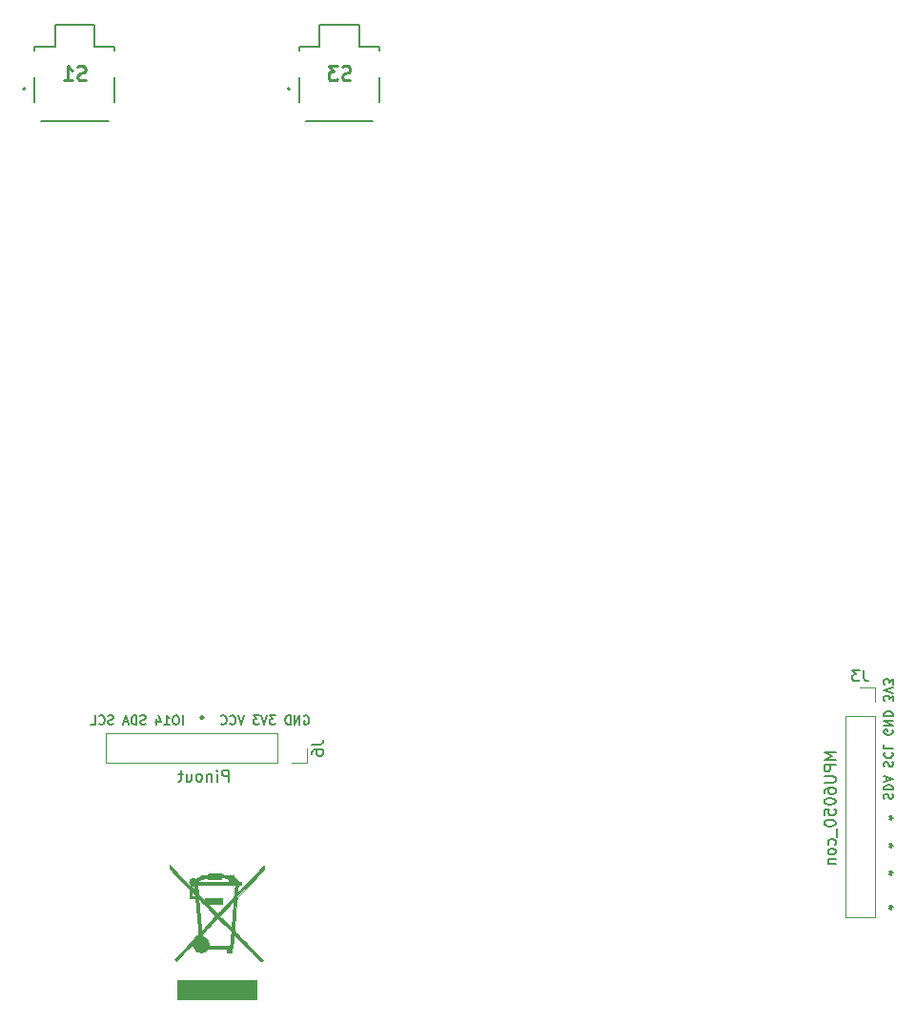
<source format=gbr>
%TF.GenerationSoftware,KiCad,Pcbnew,7.0.7*%
%TF.CreationDate,2023-11-05T16:04:25+01:00*%
%TF.ProjectId,FC_Wheel_PCB-2.0,46435f57-6865-4656-9c5f-5043422d322e,rev?*%
%TF.SameCoordinates,Original*%
%TF.FileFunction,Legend,Bot*%
%TF.FilePolarity,Positive*%
%FSLAX46Y46*%
G04 Gerber Fmt 4.6, Leading zero omitted, Abs format (unit mm)*
G04 Created by KiCad (PCBNEW 7.0.7) date 2023-11-05 16:04:25*
%MOMM*%
%LPD*%
G01*
G04 APERTURE LIST*
%ADD10C,0.187500*%
%ADD11C,0.150000*%
%ADD12C,0.254000*%
%ADD13C,0.010000*%
%ADD14C,0.120000*%
%ADD15C,0.200000*%
G04 APERTURE END LIST*
D10*
X276830156Y-182511893D02*
X276639680Y-182511893D01*
X276715871Y-182702369D02*
X276639680Y-182511893D01*
X276639680Y-182511893D02*
X276715871Y-182321416D01*
X276487299Y-182626178D02*
X276639680Y-182511893D01*
X276639680Y-182511893D02*
X276487299Y-182397607D01*
X276830156Y-179464273D02*
X276639680Y-179464273D01*
X276715871Y-179654749D02*
X276639680Y-179464273D01*
X276639680Y-179464273D02*
X276715871Y-179273796D01*
X276487299Y-179578558D02*
X276639680Y-179464273D01*
X276639680Y-179464273D02*
X276487299Y-179349987D01*
X276830156Y-177026177D02*
X276639680Y-177026177D01*
X276715871Y-177216653D02*
X276639680Y-177026177D01*
X276639680Y-177026177D02*
X276715871Y-176835700D01*
X276487299Y-177140462D02*
X276639680Y-177026177D01*
X276639680Y-177026177D02*
X276487299Y-176911891D01*
X276830156Y-174588081D02*
X276639680Y-174588081D01*
X276715871Y-174778557D02*
X276639680Y-174588081D01*
X276639680Y-174588081D02*
X276715871Y-174397604D01*
X276487299Y-174702366D02*
X276639680Y-174588081D01*
X276639680Y-174588081D02*
X276487299Y-174473795D01*
X276068252Y-172911890D02*
X276030156Y-172797604D01*
X276030156Y-172797604D02*
X276030156Y-172607128D01*
X276030156Y-172607128D02*
X276068252Y-172530937D01*
X276068252Y-172530937D02*
X276106347Y-172492842D01*
X276106347Y-172492842D02*
X276182537Y-172454747D01*
X276182537Y-172454747D02*
X276258728Y-172454747D01*
X276258728Y-172454747D02*
X276334918Y-172492842D01*
X276334918Y-172492842D02*
X276373013Y-172530937D01*
X276373013Y-172530937D02*
X276411109Y-172607128D01*
X276411109Y-172607128D02*
X276449204Y-172759509D01*
X276449204Y-172759509D02*
X276487299Y-172835699D01*
X276487299Y-172835699D02*
X276525394Y-172873794D01*
X276525394Y-172873794D02*
X276601585Y-172911890D01*
X276601585Y-172911890D02*
X276677775Y-172911890D01*
X276677775Y-172911890D02*
X276753966Y-172873794D01*
X276753966Y-172873794D02*
X276792061Y-172835699D01*
X276792061Y-172835699D02*
X276830156Y-172759509D01*
X276830156Y-172759509D02*
X276830156Y-172569032D01*
X276830156Y-172569032D02*
X276792061Y-172454747D01*
X276030156Y-172111889D02*
X276830156Y-172111889D01*
X276830156Y-172111889D02*
X276830156Y-171921413D01*
X276830156Y-171921413D02*
X276792061Y-171807127D01*
X276792061Y-171807127D02*
X276715871Y-171730937D01*
X276715871Y-171730937D02*
X276639680Y-171692842D01*
X276639680Y-171692842D02*
X276487299Y-171654746D01*
X276487299Y-171654746D02*
X276373013Y-171654746D01*
X276373013Y-171654746D02*
X276220632Y-171692842D01*
X276220632Y-171692842D02*
X276144442Y-171730937D01*
X276144442Y-171730937D02*
X276068252Y-171807127D01*
X276068252Y-171807127D02*
X276030156Y-171921413D01*
X276030156Y-171921413D02*
X276030156Y-172111889D01*
X276258728Y-171349985D02*
X276258728Y-170969032D01*
X276030156Y-171426175D02*
X276830156Y-171159508D01*
X276830156Y-171159508D02*
X276030156Y-170892842D01*
X276068252Y-170054747D02*
X276030156Y-169940461D01*
X276030156Y-169940461D02*
X276030156Y-169749985D01*
X276030156Y-169749985D02*
X276068252Y-169673794D01*
X276068252Y-169673794D02*
X276106347Y-169635699D01*
X276106347Y-169635699D02*
X276182537Y-169597604D01*
X276182537Y-169597604D02*
X276258728Y-169597604D01*
X276258728Y-169597604D02*
X276334918Y-169635699D01*
X276334918Y-169635699D02*
X276373013Y-169673794D01*
X276373013Y-169673794D02*
X276411109Y-169749985D01*
X276411109Y-169749985D02*
X276449204Y-169902366D01*
X276449204Y-169902366D02*
X276487299Y-169978556D01*
X276487299Y-169978556D02*
X276525394Y-170016651D01*
X276525394Y-170016651D02*
X276601585Y-170054747D01*
X276601585Y-170054747D02*
X276677775Y-170054747D01*
X276677775Y-170054747D02*
X276753966Y-170016651D01*
X276753966Y-170016651D02*
X276792061Y-169978556D01*
X276792061Y-169978556D02*
X276830156Y-169902366D01*
X276830156Y-169902366D02*
X276830156Y-169711889D01*
X276830156Y-169711889D02*
X276792061Y-169597604D01*
X276106347Y-168797603D02*
X276068252Y-168835699D01*
X276068252Y-168835699D02*
X276030156Y-168949984D01*
X276030156Y-168949984D02*
X276030156Y-169026175D01*
X276030156Y-169026175D02*
X276068252Y-169140461D01*
X276068252Y-169140461D02*
X276144442Y-169216651D01*
X276144442Y-169216651D02*
X276220632Y-169254746D01*
X276220632Y-169254746D02*
X276373013Y-169292842D01*
X276373013Y-169292842D02*
X276487299Y-169292842D01*
X276487299Y-169292842D02*
X276639680Y-169254746D01*
X276639680Y-169254746D02*
X276715871Y-169216651D01*
X276715871Y-169216651D02*
X276792061Y-169140461D01*
X276792061Y-169140461D02*
X276830156Y-169026175D01*
X276830156Y-169026175D02*
X276830156Y-168949984D01*
X276830156Y-168949984D02*
X276792061Y-168835699D01*
X276792061Y-168835699D02*
X276753966Y-168797603D01*
X276030156Y-168073794D02*
X276030156Y-168454746D01*
X276030156Y-168454746D02*
X276830156Y-168454746D01*
X276792061Y-166778556D02*
X276830156Y-166854746D01*
X276830156Y-166854746D02*
X276830156Y-166969032D01*
X276830156Y-166969032D02*
X276792061Y-167083318D01*
X276792061Y-167083318D02*
X276715871Y-167159508D01*
X276715871Y-167159508D02*
X276639680Y-167197603D01*
X276639680Y-167197603D02*
X276487299Y-167235699D01*
X276487299Y-167235699D02*
X276373013Y-167235699D01*
X276373013Y-167235699D02*
X276220632Y-167197603D01*
X276220632Y-167197603D02*
X276144442Y-167159508D01*
X276144442Y-167159508D02*
X276068252Y-167083318D01*
X276068252Y-167083318D02*
X276030156Y-166969032D01*
X276030156Y-166969032D02*
X276030156Y-166892841D01*
X276030156Y-166892841D02*
X276068252Y-166778556D01*
X276068252Y-166778556D02*
X276106347Y-166740460D01*
X276106347Y-166740460D02*
X276373013Y-166740460D01*
X276373013Y-166740460D02*
X276373013Y-166892841D01*
X276030156Y-166397603D02*
X276830156Y-166397603D01*
X276830156Y-166397603D02*
X276030156Y-165940460D01*
X276030156Y-165940460D02*
X276830156Y-165940460D01*
X276030156Y-165559508D02*
X276830156Y-165559508D01*
X276830156Y-165559508D02*
X276830156Y-165369032D01*
X276830156Y-165369032D02*
X276792061Y-165254746D01*
X276792061Y-165254746D02*
X276715871Y-165178556D01*
X276715871Y-165178556D02*
X276639680Y-165140461D01*
X276639680Y-165140461D02*
X276487299Y-165102365D01*
X276487299Y-165102365D02*
X276373013Y-165102365D01*
X276373013Y-165102365D02*
X276220632Y-165140461D01*
X276220632Y-165140461D02*
X276144442Y-165178556D01*
X276144442Y-165178556D02*
X276068252Y-165254746D01*
X276068252Y-165254746D02*
X276030156Y-165369032D01*
X276030156Y-165369032D02*
X276030156Y-165559508D01*
X276830156Y-164226175D02*
X276830156Y-163730937D01*
X276830156Y-163730937D02*
X276525394Y-163997603D01*
X276525394Y-163997603D02*
X276525394Y-163883318D01*
X276525394Y-163883318D02*
X276487299Y-163807127D01*
X276487299Y-163807127D02*
X276449204Y-163769032D01*
X276449204Y-163769032D02*
X276373013Y-163730937D01*
X276373013Y-163730937D02*
X276182537Y-163730937D01*
X276182537Y-163730937D02*
X276106347Y-163769032D01*
X276106347Y-163769032D02*
X276068252Y-163807127D01*
X276068252Y-163807127D02*
X276030156Y-163883318D01*
X276030156Y-163883318D02*
X276030156Y-164111889D01*
X276030156Y-164111889D02*
X276068252Y-164188080D01*
X276068252Y-164188080D02*
X276106347Y-164226175D01*
X276830156Y-163502365D02*
X276030156Y-163235698D01*
X276030156Y-163235698D02*
X276830156Y-162969032D01*
X276830156Y-162778556D02*
X276830156Y-162283318D01*
X276830156Y-162283318D02*
X276525394Y-162549984D01*
X276525394Y-162549984D02*
X276525394Y-162435699D01*
X276525394Y-162435699D02*
X276487299Y-162359508D01*
X276487299Y-162359508D02*
X276449204Y-162321413D01*
X276449204Y-162321413D02*
X276373013Y-162283318D01*
X276373013Y-162283318D02*
X276182537Y-162283318D01*
X276182537Y-162283318D02*
X276106347Y-162321413D01*
X276106347Y-162321413D02*
X276068252Y-162359508D01*
X276068252Y-162359508D02*
X276030156Y-162435699D01*
X276030156Y-162435699D02*
X276030156Y-162664270D01*
X276030156Y-162664270D02*
X276068252Y-162740461D01*
X276068252Y-162740461D02*
X276106347Y-162778556D01*
X224520025Y-165541697D02*
X224596215Y-165503602D01*
X224596215Y-165503602D02*
X224710501Y-165503602D01*
X224710501Y-165503602D02*
X224824787Y-165541697D01*
X224824787Y-165541697D02*
X224900977Y-165617887D01*
X224900977Y-165617887D02*
X224939072Y-165694078D01*
X224939072Y-165694078D02*
X224977168Y-165846459D01*
X224977168Y-165846459D02*
X224977168Y-165960745D01*
X224977168Y-165960745D02*
X224939072Y-166113126D01*
X224939072Y-166113126D02*
X224900977Y-166189316D01*
X224900977Y-166189316D02*
X224824787Y-166265507D01*
X224824787Y-166265507D02*
X224710501Y-166303602D01*
X224710501Y-166303602D02*
X224634310Y-166303602D01*
X224634310Y-166303602D02*
X224520025Y-166265507D01*
X224520025Y-166265507D02*
X224481929Y-166227411D01*
X224481929Y-166227411D02*
X224481929Y-165960745D01*
X224481929Y-165960745D02*
X224634310Y-165960745D01*
X224139072Y-166303602D02*
X224139072Y-165503602D01*
X224139072Y-165503602D02*
X223681929Y-166303602D01*
X223681929Y-166303602D02*
X223681929Y-165503602D01*
X223300977Y-166303602D02*
X223300977Y-165503602D01*
X223300977Y-165503602D02*
X223110501Y-165503602D01*
X223110501Y-165503602D02*
X222996215Y-165541697D01*
X222996215Y-165541697D02*
X222920025Y-165617887D01*
X222920025Y-165617887D02*
X222881930Y-165694078D01*
X222881930Y-165694078D02*
X222843834Y-165846459D01*
X222843834Y-165846459D02*
X222843834Y-165960745D01*
X222843834Y-165960745D02*
X222881930Y-166113126D01*
X222881930Y-166113126D02*
X222920025Y-166189316D01*
X222920025Y-166189316D02*
X222996215Y-166265507D01*
X222996215Y-166265507D02*
X223110501Y-166303602D01*
X223110501Y-166303602D02*
X223300977Y-166303602D01*
X221967644Y-165503602D02*
X221472406Y-165503602D01*
X221472406Y-165503602D02*
X221739072Y-165808364D01*
X221739072Y-165808364D02*
X221624787Y-165808364D01*
X221624787Y-165808364D02*
X221548596Y-165846459D01*
X221548596Y-165846459D02*
X221510501Y-165884554D01*
X221510501Y-165884554D02*
X221472406Y-165960745D01*
X221472406Y-165960745D02*
X221472406Y-166151221D01*
X221472406Y-166151221D02*
X221510501Y-166227411D01*
X221510501Y-166227411D02*
X221548596Y-166265507D01*
X221548596Y-166265507D02*
X221624787Y-166303602D01*
X221624787Y-166303602D02*
X221853358Y-166303602D01*
X221853358Y-166303602D02*
X221929549Y-166265507D01*
X221929549Y-166265507D02*
X221967644Y-166227411D01*
X221243834Y-165503602D02*
X220977167Y-166303602D01*
X220977167Y-166303602D02*
X220710501Y-165503602D01*
X220520025Y-165503602D02*
X220024787Y-165503602D01*
X220024787Y-165503602D02*
X220291453Y-165808364D01*
X220291453Y-165808364D02*
X220177168Y-165808364D01*
X220177168Y-165808364D02*
X220100977Y-165846459D01*
X220100977Y-165846459D02*
X220062882Y-165884554D01*
X220062882Y-165884554D02*
X220024787Y-165960745D01*
X220024787Y-165960745D02*
X220024787Y-166151221D01*
X220024787Y-166151221D02*
X220062882Y-166227411D01*
X220062882Y-166227411D02*
X220100977Y-166265507D01*
X220100977Y-166265507D02*
X220177168Y-166303602D01*
X220177168Y-166303602D02*
X220405739Y-166303602D01*
X220405739Y-166303602D02*
X220481930Y-166265507D01*
X220481930Y-166265507D02*
X220520025Y-166227411D01*
X219186691Y-165503602D02*
X218920024Y-166303602D01*
X218920024Y-166303602D02*
X218653358Y-165503602D01*
X217929548Y-166227411D02*
X217967644Y-166265507D01*
X217967644Y-166265507D02*
X218081929Y-166303602D01*
X218081929Y-166303602D02*
X218158120Y-166303602D01*
X218158120Y-166303602D02*
X218272406Y-166265507D01*
X218272406Y-166265507D02*
X218348596Y-166189316D01*
X218348596Y-166189316D02*
X218386691Y-166113126D01*
X218386691Y-166113126D02*
X218424787Y-165960745D01*
X218424787Y-165960745D02*
X218424787Y-165846459D01*
X218424787Y-165846459D02*
X218386691Y-165694078D01*
X218386691Y-165694078D02*
X218348596Y-165617887D01*
X218348596Y-165617887D02*
X218272406Y-165541697D01*
X218272406Y-165541697D02*
X218158120Y-165503602D01*
X218158120Y-165503602D02*
X218081929Y-165503602D01*
X218081929Y-165503602D02*
X217967644Y-165541697D01*
X217967644Y-165541697D02*
X217929548Y-165579792D01*
X217129548Y-166227411D02*
X217167644Y-166265507D01*
X217167644Y-166265507D02*
X217281929Y-166303602D01*
X217281929Y-166303602D02*
X217358120Y-166303602D01*
X217358120Y-166303602D02*
X217472406Y-166265507D01*
X217472406Y-166265507D02*
X217548596Y-166189316D01*
X217548596Y-166189316D02*
X217586691Y-166113126D01*
X217586691Y-166113126D02*
X217624787Y-165960745D01*
X217624787Y-165960745D02*
X217624787Y-165846459D01*
X217624787Y-165846459D02*
X217586691Y-165694078D01*
X217586691Y-165694078D02*
X217548596Y-165617887D01*
X217548596Y-165617887D02*
X217472406Y-165541697D01*
X217472406Y-165541697D02*
X217358120Y-165503602D01*
X217358120Y-165503602D02*
X217281929Y-165503602D01*
X217281929Y-165503602D02*
X217167644Y-165541697D01*
X217167644Y-165541697D02*
X217129548Y-165579792D01*
X215453358Y-165503602D02*
X215453358Y-165694078D01*
X215643834Y-165617887D02*
X215453358Y-165694078D01*
X215453358Y-165694078D02*
X215262881Y-165617887D01*
X215567643Y-165846459D02*
X215453358Y-165694078D01*
X215453358Y-165694078D02*
X215339072Y-165846459D01*
X213739071Y-166303602D02*
X213739071Y-165503602D01*
X213205738Y-165503602D02*
X213053357Y-165503602D01*
X213053357Y-165503602D02*
X212977167Y-165541697D01*
X212977167Y-165541697D02*
X212900976Y-165617887D01*
X212900976Y-165617887D02*
X212862881Y-165770268D01*
X212862881Y-165770268D02*
X212862881Y-166036935D01*
X212862881Y-166036935D02*
X212900976Y-166189316D01*
X212900976Y-166189316D02*
X212977167Y-166265507D01*
X212977167Y-166265507D02*
X213053357Y-166303602D01*
X213053357Y-166303602D02*
X213205738Y-166303602D01*
X213205738Y-166303602D02*
X213281929Y-166265507D01*
X213281929Y-166265507D02*
X213358119Y-166189316D01*
X213358119Y-166189316D02*
X213396215Y-166036935D01*
X213396215Y-166036935D02*
X213396215Y-165770268D01*
X213396215Y-165770268D02*
X213358119Y-165617887D01*
X213358119Y-165617887D02*
X213281929Y-165541697D01*
X213281929Y-165541697D02*
X213205738Y-165503602D01*
X212100977Y-166303602D02*
X212558120Y-166303602D01*
X212329548Y-166303602D02*
X212329548Y-165503602D01*
X212329548Y-165503602D02*
X212405739Y-165617887D01*
X212405739Y-165617887D02*
X212481929Y-165694078D01*
X212481929Y-165694078D02*
X212558120Y-165732173D01*
X211415262Y-165770268D02*
X211415262Y-166303602D01*
X211605738Y-165465507D02*
X211796215Y-166036935D01*
X211796215Y-166036935D02*
X211300976Y-166036935D01*
X210424786Y-166265507D02*
X210310500Y-166303602D01*
X210310500Y-166303602D02*
X210120024Y-166303602D01*
X210120024Y-166303602D02*
X210043833Y-166265507D01*
X210043833Y-166265507D02*
X210005738Y-166227411D01*
X210005738Y-166227411D02*
X209967643Y-166151221D01*
X209967643Y-166151221D02*
X209967643Y-166075030D01*
X209967643Y-166075030D02*
X210005738Y-165998840D01*
X210005738Y-165998840D02*
X210043833Y-165960745D01*
X210043833Y-165960745D02*
X210120024Y-165922649D01*
X210120024Y-165922649D02*
X210272405Y-165884554D01*
X210272405Y-165884554D02*
X210348595Y-165846459D01*
X210348595Y-165846459D02*
X210386690Y-165808364D01*
X210386690Y-165808364D02*
X210424786Y-165732173D01*
X210424786Y-165732173D02*
X210424786Y-165655983D01*
X210424786Y-165655983D02*
X210386690Y-165579792D01*
X210386690Y-165579792D02*
X210348595Y-165541697D01*
X210348595Y-165541697D02*
X210272405Y-165503602D01*
X210272405Y-165503602D02*
X210081928Y-165503602D01*
X210081928Y-165503602D02*
X209967643Y-165541697D01*
X209624785Y-166303602D02*
X209624785Y-165503602D01*
X209624785Y-165503602D02*
X209434309Y-165503602D01*
X209434309Y-165503602D02*
X209320023Y-165541697D01*
X209320023Y-165541697D02*
X209243833Y-165617887D01*
X209243833Y-165617887D02*
X209205738Y-165694078D01*
X209205738Y-165694078D02*
X209167642Y-165846459D01*
X209167642Y-165846459D02*
X209167642Y-165960745D01*
X209167642Y-165960745D02*
X209205738Y-166113126D01*
X209205738Y-166113126D02*
X209243833Y-166189316D01*
X209243833Y-166189316D02*
X209320023Y-166265507D01*
X209320023Y-166265507D02*
X209434309Y-166303602D01*
X209434309Y-166303602D02*
X209624785Y-166303602D01*
X208862881Y-166075030D02*
X208481928Y-166075030D01*
X208939071Y-166303602D02*
X208672404Y-165503602D01*
X208672404Y-165503602D02*
X208405738Y-166303602D01*
X207567643Y-166265507D02*
X207453357Y-166303602D01*
X207453357Y-166303602D02*
X207262881Y-166303602D01*
X207262881Y-166303602D02*
X207186690Y-166265507D01*
X207186690Y-166265507D02*
X207148595Y-166227411D01*
X207148595Y-166227411D02*
X207110500Y-166151221D01*
X207110500Y-166151221D02*
X207110500Y-166075030D01*
X207110500Y-166075030D02*
X207148595Y-165998840D01*
X207148595Y-165998840D02*
X207186690Y-165960745D01*
X207186690Y-165960745D02*
X207262881Y-165922649D01*
X207262881Y-165922649D02*
X207415262Y-165884554D01*
X207415262Y-165884554D02*
X207491452Y-165846459D01*
X207491452Y-165846459D02*
X207529547Y-165808364D01*
X207529547Y-165808364D02*
X207567643Y-165732173D01*
X207567643Y-165732173D02*
X207567643Y-165655983D01*
X207567643Y-165655983D02*
X207529547Y-165579792D01*
X207529547Y-165579792D02*
X207491452Y-165541697D01*
X207491452Y-165541697D02*
X207415262Y-165503602D01*
X207415262Y-165503602D02*
X207224785Y-165503602D01*
X207224785Y-165503602D02*
X207110500Y-165541697D01*
X206310499Y-166227411D02*
X206348595Y-166265507D01*
X206348595Y-166265507D02*
X206462880Y-166303602D01*
X206462880Y-166303602D02*
X206539071Y-166303602D01*
X206539071Y-166303602D02*
X206653357Y-166265507D01*
X206653357Y-166265507D02*
X206729547Y-166189316D01*
X206729547Y-166189316D02*
X206767642Y-166113126D01*
X206767642Y-166113126D02*
X206805738Y-165960745D01*
X206805738Y-165960745D02*
X206805738Y-165846459D01*
X206805738Y-165846459D02*
X206767642Y-165694078D01*
X206767642Y-165694078D02*
X206729547Y-165617887D01*
X206729547Y-165617887D02*
X206653357Y-165541697D01*
X206653357Y-165541697D02*
X206539071Y-165503602D01*
X206539071Y-165503602D02*
X206462880Y-165503602D01*
X206462880Y-165503602D02*
X206348595Y-165541697D01*
X206348595Y-165541697D02*
X206310499Y-165579792D01*
X205586690Y-166303602D02*
X205967642Y-166303602D01*
X205967642Y-166303602D02*
X205967642Y-165503602D01*
D11*
X274233333Y-161444819D02*
X274233333Y-162159104D01*
X274233333Y-162159104D02*
X274280952Y-162301961D01*
X274280952Y-162301961D02*
X274376190Y-162397200D01*
X274376190Y-162397200D02*
X274519047Y-162444819D01*
X274519047Y-162444819D02*
X274614285Y-162444819D01*
X273852380Y-161444819D02*
X273233333Y-161444819D01*
X273233333Y-161444819D02*
X273566666Y-161825771D01*
X273566666Y-161825771D02*
X273423809Y-161825771D01*
X273423809Y-161825771D02*
X273328571Y-161873390D01*
X273328571Y-161873390D02*
X273280952Y-161921009D01*
X273280952Y-161921009D02*
X273233333Y-162016247D01*
X273233333Y-162016247D02*
X273233333Y-162254342D01*
X273233333Y-162254342D02*
X273280952Y-162349580D01*
X273280952Y-162349580D02*
X273328571Y-162397200D01*
X273328571Y-162397200D02*
X273423809Y-162444819D01*
X273423809Y-162444819D02*
X273709523Y-162444819D01*
X273709523Y-162444819D02*
X273804761Y-162397200D01*
X273804761Y-162397200D02*
X273852380Y-162349580D01*
X271726819Y-168759809D02*
X270726819Y-168759809D01*
X270726819Y-168759809D02*
X271441104Y-169093142D01*
X271441104Y-169093142D02*
X270726819Y-169426475D01*
X270726819Y-169426475D02*
X271726819Y-169426475D01*
X271726819Y-169902666D02*
X270726819Y-169902666D01*
X270726819Y-169902666D02*
X270726819Y-170283618D01*
X270726819Y-170283618D02*
X270774438Y-170378856D01*
X270774438Y-170378856D02*
X270822057Y-170426475D01*
X270822057Y-170426475D02*
X270917295Y-170474094D01*
X270917295Y-170474094D02*
X271060152Y-170474094D01*
X271060152Y-170474094D02*
X271155390Y-170426475D01*
X271155390Y-170426475D02*
X271203009Y-170378856D01*
X271203009Y-170378856D02*
X271250628Y-170283618D01*
X271250628Y-170283618D02*
X271250628Y-169902666D01*
X270726819Y-170902666D02*
X271536342Y-170902666D01*
X271536342Y-170902666D02*
X271631580Y-170950285D01*
X271631580Y-170950285D02*
X271679200Y-170997904D01*
X271679200Y-170997904D02*
X271726819Y-171093142D01*
X271726819Y-171093142D02*
X271726819Y-171283618D01*
X271726819Y-171283618D02*
X271679200Y-171378856D01*
X271679200Y-171378856D02*
X271631580Y-171426475D01*
X271631580Y-171426475D02*
X271536342Y-171474094D01*
X271536342Y-171474094D02*
X270726819Y-171474094D01*
X270726819Y-172378856D02*
X270726819Y-172188380D01*
X270726819Y-172188380D02*
X270774438Y-172093142D01*
X270774438Y-172093142D02*
X270822057Y-172045523D01*
X270822057Y-172045523D02*
X270964914Y-171950285D01*
X270964914Y-171950285D02*
X271155390Y-171902666D01*
X271155390Y-171902666D02*
X271536342Y-171902666D01*
X271536342Y-171902666D02*
X271631580Y-171950285D01*
X271631580Y-171950285D02*
X271679200Y-171997904D01*
X271679200Y-171997904D02*
X271726819Y-172093142D01*
X271726819Y-172093142D02*
X271726819Y-172283618D01*
X271726819Y-172283618D02*
X271679200Y-172378856D01*
X271679200Y-172378856D02*
X271631580Y-172426475D01*
X271631580Y-172426475D02*
X271536342Y-172474094D01*
X271536342Y-172474094D02*
X271298247Y-172474094D01*
X271298247Y-172474094D02*
X271203009Y-172426475D01*
X271203009Y-172426475D02*
X271155390Y-172378856D01*
X271155390Y-172378856D02*
X271107771Y-172283618D01*
X271107771Y-172283618D02*
X271107771Y-172093142D01*
X271107771Y-172093142D02*
X271155390Y-171997904D01*
X271155390Y-171997904D02*
X271203009Y-171950285D01*
X271203009Y-171950285D02*
X271298247Y-171902666D01*
X270726819Y-173093142D02*
X270726819Y-173188380D01*
X270726819Y-173188380D02*
X270774438Y-173283618D01*
X270774438Y-173283618D02*
X270822057Y-173331237D01*
X270822057Y-173331237D02*
X270917295Y-173378856D01*
X270917295Y-173378856D02*
X271107771Y-173426475D01*
X271107771Y-173426475D02*
X271345866Y-173426475D01*
X271345866Y-173426475D02*
X271536342Y-173378856D01*
X271536342Y-173378856D02*
X271631580Y-173331237D01*
X271631580Y-173331237D02*
X271679200Y-173283618D01*
X271679200Y-173283618D02*
X271726819Y-173188380D01*
X271726819Y-173188380D02*
X271726819Y-173093142D01*
X271726819Y-173093142D02*
X271679200Y-172997904D01*
X271679200Y-172997904D02*
X271631580Y-172950285D01*
X271631580Y-172950285D02*
X271536342Y-172902666D01*
X271536342Y-172902666D02*
X271345866Y-172855047D01*
X271345866Y-172855047D02*
X271107771Y-172855047D01*
X271107771Y-172855047D02*
X270917295Y-172902666D01*
X270917295Y-172902666D02*
X270822057Y-172950285D01*
X270822057Y-172950285D02*
X270774438Y-172997904D01*
X270774438Y-172997904D02*
X270726819Y-173093142D01*
X270726819Y-174331237D02*
X270726819Y-173855047D01*
X270726819Y-173855047D02*
X271203009Y-173807428D01*
X271203009Y-173807428D02*
X271155390Y-173855047D01*
X271155390Y-173855047D02*
X271107771Y-173950285D01*
X271107771Y-173950285D02*
X271107771Y-174188380D01*
X271107771Y-174188380D02*
X271155390Y-174283618D01*
X271155390Y-174283618D02*
X271203009Y-174331237D01*
X271203009Y-174331237D02*
X271298247Y-174378856D01*
X271298247Y-174378856D02*
X271536342Y-174378856D01*
X271536342Y-174378856D02*
X271631580Y-174331237D01*
X271631580Y-174331237D02*
X271679200Y-174283618D01*
X271679200Y-174283618D02*
X271726819Y-174188380D01*
X271726819Y-174188380D02*
X271726819Y-173950285D01*
X271726819Y-173950285D02*
X271679200Y-173855047D01*
X271679200Y-173855047D02*
X271631580Y-173807428D01*
X270726819Y-174997904D02*
X270726819Y-175093142D01*
X270726819Y-175093142D02*
X270774438Y-175188380D01*
X270774438Y-175188380D02*
X270822057Y-175235999D01*
X270822057Y-175235999D02*
X270917295Y-175283618D01*
X270917295Y-175283618D02*
X271107771Y-175331237D01*
X271107771Y-175331237D02*
X271345866Y-175331237D01*
X271345866Y-175331237D02*
X271536342Y-175283618D01*
X271536342Y-175283618D02*
X271631580Y-175235999D01*
X271631580Y-175235999D02*
X271679200Y-175188380D01*
X271679200Y-175188380D02*
X271726819Y-175093142D01*
X271726819Y-175093142D02*
X271726819Y-174997904D01*
X271726819Y-174997904D02*
X271679200Y-174902666D01*
X271679200Y-174902666D02*
X271631580Y-174855047D01*
X271631580Y-174855047D02*
X271536342Y-174807428D01*
X271536342Y-174807428D02*
X271345866Y-174759809D01*
X271345866Y-174759809D02*
X271107771Y-174759809D01*
X271107771Y-174759809D02*
X270917295Y-174807428D01*
X270917295Y-174807428D02*
X270822057Y-174855047D01*
X270822057Y-174855047D02*
X270774438Y-174902666D01*
X270774438Y-174902666D02*
X270726819Y-174997904D01*
X271822057Y-175521714D02*
X271822057Y-176283618D01*
X271679200Y-176950285D02*
X271726819Y-176855047D01*
X271726819Y-176855047D02*
X271726819Y-176664571D01*
X271726819Y-176664571D02*
X271679200Y-176569333D01*
X271679200Y-176569333D02*
X271631580Y-176521714D01*
X271631580Y-176521714D02*
X271536342Y-176474095D01*
X271536342Y-176474095D02*
X271250628Y-176474095D01*
X271250628Y-176474095D02*
X271155390Y-176521714D01*
X271155390Y-176521714D02*
X271107771Y-176569333D01*
X271107771Y-176569333D02*
X271060152Y-176664571D01*
X271060152Y-176664571D02*
X271060152Y-176855047D01*
X271060152Y-176855047D02*
X271107771Y-176950285D01*
X271726819Y-177521714D02*
X271679200Y-177426476D01*
X271679200Y-177426476D02*
X271631580Y-177378857D01*
X271631580Y-177378857D02*
X271536342Y-177331238D01*
X271536342Y-177331238D02*
X271250628Y-177331238D01*
X271250628Y-177331238D02*
X271155390Y-177378857D01*
X271155390Y-177378857D02*
X271107771Y-177426476D01*
X271107771Y-177426476D02*
X271060152Y-177521714D01*
X271060152Y-177521714D02*
X271060152Y-177664571D01*
X271060152Y-177664571D02*
X271107771Y-177759809D01*
X271107771Y-177759809D02*
X271155390Y-177807428D01*
X271155390Y-177807428D02*
X271250628Y-177855047D01*
X271250628Y-177855047D02*
X271536342Y-177855047D01*
X271536342Y-177855047D02*
X271631580Y-177807428D01*
X271631580Y-177807428D02*
X271679200Y-177759809D01*
X271679200Y-177759809D02*
X271726819Y-177664571D01*
X271726819Y-177664571D02*
X271726819Y-177521714D01*
X271060152Y-178283619D02*
X271726819Y-178283619D01*
X271155390Y-178283619D02*
X271107771Y-178331238D01*
X271107771Y-178331238D02*
X271060152Y-178426476D01*
X271060152Y-178426476D02*
X271060152Y-178569333D01*
X271060152Y-178569333D02*
X271107771Y-178664571D01*
X271107771Y-178664571D02*
X271203009Y-178712190D01*
X271203009Y-178712190D02*
X271726819Y-178712190D01*
D12*
X228617619Y-109038842D02*
X228436190Y-109099318D01*
X228436190Y-109099318D02*
X228133809Y-109099318D01*
X228133809Y-109099318D02*
X228012857Y-109038842D01*
X228012857Y-109038842D02*
X227952381Y-108978365D01*
X227952381Y-108978365D02*
X227891904Y-108857413D01*
X227891904Y-108857413D02*
X227891904Y-108736461D01*
X227891904Y-108736461D02*
X227952381Y-108615508D01*
X227952381Y-108615508D02*
X228012857Y-108555032D01*
X228012857Y-108555032D02*
X228133809Y-108494556D01*
X228133809Y-108494556D02*
X228375714Y-108434080D01*
X228375714Y-108434080D02*
X228496666Y-108373603D01*
X228496666Y-108373603D02*
X228557143Y-108313127D01*
X228557143Y-108313127D02*
X228617619Y-108192175D01*
X228617619Y-108192175D02*
X228617619Y-108071222D01*
X228617619Y-108071222D02*
X228557143Y-107950270D01*
X228557143Y-107950270D02*
X228496666Y-107889794D01*
X228496666Y-107889794D02*
X228375714Y-107829318D01*
X228375714Y-107829318D02*
X228073333Y-107829318D01*
X228073333Y-107829318D02*
X227891904Y-107889794D01*
X227468571Y-107829318D02*
X226682380Y-107829318D01*
X226682380Y-107829318D02*
X227105714Y-108313127D01*
X227105714Y-108313127D02*
X226924285Y-108313127D01*
X226924285Y-108313127D02*
X226803333Y-108373603D01*
X226803333Y-108373603D02*
X226742857Y-108434080D01*
X226742857Y-108434080D02*
X226682380Y-108555032D01*
X226682380Y-108555032D02*
X226682380Y-108857413D01*
X226682380Y-108857413D02*
X226742857Y-108978365D01*
X226742857Y-108978365D02*
X226803333Y-109038842D01*
X226803333Y-109038842D02*
X226924285Y-109099318D01*
X226924285Y-109099318D02*
X227287142Y-109099318D01*
X227287142Y-109099318D02*
X227408095Y-109038842D01*
X227408095Y-109038842D02*
X227468571Y-108978365D01*
X205117619Y-109038842D02*
X204936190Y-109099318D01*
X204936190Y-109099318D02*
X204633809Y-109099318D01*
X204633809Y-109099318D02*
X204512857Y-109038842D01*
X204512857Y-109038842D02*
X204452381Y-108978365D01*
X204452381Y-108978365D02*
X204391904Y-108857413D01*
X204391904Y-108857413D02*
X204391904Y-108736461D01*
X204391904Y-108736461D02*
X204452381Y-108615508D01*
X204452381Y-108615508D02*
X204512857Y-108555032D01*
X204512857Y-108555032D02*
X204633809Y-108494556D01*
X204633809Y-108494556D02*
X204875714Y-108434080D01*
X204875714Y-108434080D02*
X204996666Y-108373603D01*
X204996666Y-108373603D02*
X205057143Y-108313127D01*
X205057143Y-108313127D02*
X205117619Y-108192175D01*
X205117619Y-108192175D02*
X205117619Y-108071222D01*
X205117619Y-108071222D02*
X205057143Y-107950270D01*
X205057143Y-107950270D02*
X204996666Y-107889794D01*
X204996666Y-107889794D02*
X204875714Y-107829318D01*
X204875714Y-107829318D02*
X204573333Y-107829318D01*
X204573333Y-107829318D02*
X204391904Y-107889794D01*
X203182380Y-109099318D02*
X203908095Y-109099318D01*
X203545238Y-109099318D02*
X203545238Y-107829318D01*
X203545238Y-107829318D02*
X203666190Y-108010746D01*
X203666190Y-108010746D02*
X203787142Y-108131699D01*
X203787142Y-108131699D02*
X203908095Y-108192175D01*
D11*
X225224819Y-168066666D02*
X225939104Y-168066666D01*
X225939104Y-168066666D02*
X226081961Y-168019047D01*
X226081961Y-168019047D02*
X226177200Y-167923809D01*
X226177200Y-167923809D02*
X226224819Y-167780952D01*
X226224819Y-167780952D02*
X226224819Y-167685714D01*
X225224819Y-168971428D02*
X225224819Y-168780952D01*
X225224819Y-168780952D02*
X225272438Y-168685714D01*
X225272438Y-168685714D02*
X225320057Y-168638095D01*
X225320057Y-168638095D02*
X225462914Y-168542857D01*
X225462914Y-168542857D02*
X225653390Y-168495238D01*
X225653390Y-168495238D02*
X226034342Y-168495238D01*
X226034342Y-168495238D02*
X226129580Y-168542857D01*
X226129580Y-168542857D02*
X226177200Y-168590476D01*
X226177200Y-168590476D02*
X226224819Y-168685714D01*
X226224819Y-168685714D02*
X226224819Y-168876190D01*
X226224819Y-168876190D02*
X226177200Y-168971428D01*
X226177200Y-168971428D02*
X226129580Y-169019047D01*
X226129580Y-169019047D02*
X226034342Y-169066666D01*
X226034342Y-169066666D02*
X225796247Y-169066666D01*
X225796247Y-169066666D02*
X225701009Y-169019047D01*
X225701009Y-169019047D02*
X225653390Y-168971428D01*
X225653390Y-168971428D02*
X225605771Y-168876190D01*
X225605771Y-168876190D02*
X225605771Y-168685714D01*
X225605771Y-168685714D02*
X225653390Y-168590476D01*
X225653390Y-168590476D02*
X225701009Y-168542857D01*
X225701009Y-168542857D02*
X225796247Y-168495238D01*
X217792856Y-171354819D02*
X217792856Y-170354819D01*
X217792856Y-170354819D02*
X217411904Y-170354819D01*
X217411904Y-170354819D02*
X217316666Y-170402438D01*
X217316666Y-170402438D02*
X217269047Y-170450057D01*
X217269047Y-170450057D02*
X217221428Y-170545295D01*
X217221428Y-170545295D02*
X217221428Y-170688152D01*
X217221428Y-170688152D02*
X217269047Y-170783390D01*
X217269047Y-170783390D02*
X217316666Y-170831009D01*
X217316666Y-170831009D02*
X217411904Y-170878628D01*
X217411904Y-170878628D02*
X217792856Y-170878628D01*
X216792856Y-171354819D02*
X216792856Y-170688152D01*
X216792856Y-170354819D02*
X216840475Y-170402438D01*
X216840475Y-170402438D02*
X216792856Y-170450057D01*
X216792856Y-170450057D02*
X216745237Y-170402438D01*
X216745237Y-170402438D02*
X216792856Y-170354819D01*
X216792856Y-170354819D02*
X216792856Y-170450057D01*
X216316666Y-170688152D02*
X216316666Y-171354819D01*
X216316666Y-170783390D02*
X216269047Y-170735771D01*
X216269047Y-170735771D02*
X216173809Y-170688152D01*
X216173809Y-170688152D02*
X216030952Y-170688152D01*
X216030952Y-170688152D02*
X215935714Y-170735771D01*
X215935714Y-170735771D02*
X215888095Y-170831009D01*
X215888095Y-170831009D02*
X215888095Y-171354819D01*
X215269047Y-171354819D02*
X215364285Y-171307200D01*
X215364285Y-171307200D02*
X215411904Y-171259580D01*
X215411904Y-171259580D02*
X215459523Y-171164342D01*
X215459523Y-171164342D02*
X215459523Y-170878628D01*
X215459523Y-170878628D02*
X215411904Y-170783390D01*
X215411904Y-170783390D02*
X215364285Y-170735771D01*
X215364285Y-170735771D02*
X215269047Y-170688152D01*
X215269047Y-170688152D02*
X215126190Y-170688152D01*
X215126190Y-170688152D02*
X215030952Y-170735771D01*
X215030952Y-170735771D02*
X214983333Y-170783390D01*
X214983333Y-170783390D02*
X214935714Y-170878628D01*
X214935714Y-170878628D02*
X214935714Y-171164342D01*
X214935714Y-171164342D02*
X214983333Y-171259580D01*
X214983333Y-171259580D02*
X215030952Y-171307200D01*
X215030952Y-171307200D02*
X215126190Y-171354819D01*
X215126190Y-171354819D02*
X215269047Y-171354819D01*
X214078571Y-170688152D02*
X214078571Y-171354819D01*
X214507142Y-170688152D02*
X214507142Y-171211961D01*
X214507142Y-171211961D02*
X214459523Y-171307200D01*
X214459523Y-171307200D02*
X214364285Y-171354819D01*
X214364285Y-171354819D02*
X214221428Y-171354819D01*
X214221428Y-171354819D02*
X214126190Y-171307200D01*
X214126190Y-171307200D02*
X214078571Y-171259580D01*
X213745237Y-170688152D02*
X213364285Y-170688152D01*
X213602380Y-170354819D02*
X213602380Y-171211961D01*
X213602380Y-171211961D02*
X213554761Y-171307200D01*
X213554761Y-171307200D02*
X213459523Y-171354819D01*
X213459523Y-171354819D02*
X213364285Y-171354819D01*
%TO.C,REF\u002A\u002A*%
D13*
X220261177Y-190726471D02*
X213288628Y-190726471D01*
X213288628Y-189008235D01*
X220261177Y-189008235D01*
X220261177Y-190726471D01*
G36*
X220261177Y-190726471D02*
G01*
X213288628Y-190726471D01*
X213288628Y-189008235D01*
X220261177Y-189008235D01*
X220261177Y-190726471D01*
G37*
X218219241Y-179750931D02*
X218220220Y-179776578D01*
X218232956Y-179819638D01*
X218269205Y-179856155D01*
X218339917Y-179899625D01*
X218401991Y-179939339D01*
X218496493Y-180015587D01*
X218582136Y-180101185D01*
X218647648Y-180184456D01*
X218681758Y-180253724D01*
X218690115Y-180280416D01*
X218705597Y-180298740D01*
X218710817Y-180304919D01*
X218753486Y-180315300D01*
X218832013Y-180317451D01*
X218966275Y-180317451D01*
X218966275Y-180541569D01*
X218650339Y-180541569D01*
X218620841Y-180893645D01*
X218616880Y-180941779D01*
X218607653Y-181062272D01*
X218601134Y-181160319D01*
X218597888Y-181226866D01*
X218598478Y-181252857D01*
X218607060Y-181245385D01*
X218646217Y-181206437D01*
X218713912Y-181137404D01*
X218806718Y-181041866D01*
X218921211Y-180923400D01*
X219053963Y-180785586D01*
X219201550Y-180632002D01*
X219360546Y-180466226D01*
X219527525Y-180291838D01*
X219699061Y-180112415D01*
X219871729Y-179931537D01*
X220042103Y-179752782D01*
X220206757Y-179579729D01*
X220362266Y-179415956D01*
X220505204Y-179265041D01*
X220632145Y-179130564D01*
X220739664Y-179016103D01*
X220931779Y-178810882D01*
X220933529Y-179160520D01*
X218554931Y-181662026D01*
X218531157Y-181947099D01*
X218436037Y-183087729D01*
X218419225Y-183290036D01*
X218398365Y-183543172D01*
X218379113Y-183779146D01*
X218361836Y-183993320D01*
X218346904Y-184181058D01*
X218334685Y-184337720D01*
X218325546Y-184458669D01*
X218319856Y-184539266D01*
X218317983Y-184574873D01*
X218322927Y-184591189D01*
X218345148Y-184626420D01*
X218387292Y-184679519D01*
X218407630Y-184702727D01*
X218451601Y-184752903D01*
X218540320Y-184848991D01*
X218655692Y-184970204D01*
X218799962Y-185118960D01*
X218975372Y-185297678D01*
X219184167Y-185508777D01*
X219321523Y-185647301D01*
X219513001Y-185840518D01*
X219703806Y-186033176D01*
X219888204Y-186219478D01*
X220060459Y-186393625D01*
X220214833Y-186549820D01*
X220345592Y-186682266D01*
X220446999Y-186785164D01*
X220844488Y-187189089D01*
X220772291Y-187264447D01*
X220755264Y-187281425D01*
X220705032Y-187323118D01*
X220670571Y-187339804D01*
X220643592Y-187325559D01*
X220593432Y-187282811D01*
X220533298Y-187221520D01*
X220496696Y-187182807D01*
X220428434Y-187112115D01*
X220331958Y-187012962D01*
X220210674Y-186888824D01*
X220067989Y-186743180D01*
X219907310Y-186579506D01*
X219732043Y-186401281D01*
X219545595Y-186211981D01*
X219351374Y-186015085D01*
X218277200Y-184926934D01*
X218233444Y-185492144D01*
X218223906Y-185612782D01*
X218209976Y-185774947D01*
X218197413Y-185897774D01*
X218185284Y-185987720D01*
X218172659Y-186051239D01*
X218158607Y-186094789D01*
X218142197Y-186124825D01*
X218119229Y-186166805D01*
X218100331Y-186243980D01*
X218094706Y-186355168D01*
X218094706Y-186518039D01*
X217646471Y-186518039D01*
X217646471Y-186169412D01*
X215971867Y-186169412D01*
X215875068Y-186279381D01*
X215848596Y-186308017D01*
X215705121Y-186423061D01*
X215543014Y-186493886D01*
X215367488Y-186518039D01*
X215212605Y-186505234D01*
X215037422Y-186451250D01*
X214887454Y-186354766D01*
X214858226Y-186327191D01*
X214785181Y-186237924D01*
X214721094Y-186133934D01*
X214675137Y-186031433D01*
X214656485Y-185946630D01*
X214656125Y-185934320D01*
X214653442Y-185889212D01*
X214646427Y-185858054D01*
X214631752Y-185843311D01*
X214606089Y-185847446D01*
X214566108Y-185872922D01*
X214508483Y-185922203D01*
X214429884Y-185997752D01*
X214326983Y-186102033D01*
X214196451Y-186237509D01*
X214034960Y-186406644D01*
X213948941Y-186496927D01*
X213805157Y-186648089D01*
X213669121Y-186791403D01*
X213546167Y-186921235D01*
X213441624Y-187031953D01*
X213360824Y-187117926D01*
X213309098Y-187173521D01*
X213167706Y-187327353D01*
X213080316Y-187240196D01*
X212992925Y-187153039D01*
X214073875Y-186020000D01*
X214142032Y-185948510D01*
X214384512Y-185693204D01*
X214592662Y-185472355D01*
X214767105Y-185285276D01*
X214908465Y-185131283D01*
X215008421Y-185019677D01*
X215417685Y-185019677D01*
X215420903Y-185045937D01*
X215421465Y-185048680D01*
X215448284Y-185110883D01*
X215501854Y-185139866D01*
X215666981Y-185201654D01*
X215814101Y-185304585D01*
X215929812Y-185440742D01*
X216009116Y-185604173D01*
X216047012Y-185788925D01*
X216059564Y-185945294D01*
X217939895Y-185945294D01*
X217953005Y-185889265D01*
X217955324Y-185875515D01*
X217962530Y-185814027D01*
X217972364Y-185714611D01*
X217984095Y-185585185D01*
X217996991Y-185433668D01*
X218010323Y-185267981D01*
X218054531Y-184702727D01*
X217458636Y-184097589D01*
X217349337Y-183986962D01*
X217215608Y-183852660D01*
X217095636Y-183733351D01*
X216993630Y-183633162D01*
X216913799Y-183556219D01*
X216860352Y-183506650D01*
X216837497Y-183488580D01*
X216822172Y-183497214D01*
X216776527Y-183536496D01*
X216707834Y-183602115D01*
X216622238Y-183688153D01*
X216525882Y-183788692D01*
X216500747Y-183815355D01*
X216388042Y-183934623D01*
X216253741Y-184076397D01*
X216107957Y-184230021D01*
X215960800Y-184384837D01*
X215822383Y-184530186D01*
X215814068Y-184538907D01*
X215685380Y-184674319D01*
X215587184Y-184779174D01*
X215515597Y-184858461D01*
X215466736Y-184917166D01*
X215436719Y-184960279D01*
X215421663Y-184992787D01*
X215417685Y-185019677D01*
X215008421Y-185019677D01*
X215017365Y-185009691D01*
X215094430Y-184919815D01*
X215140284Y-184860970D01*
X215155550Y-184832471D01*
X215155551Y-184832302D01*
X215153458Y-184796784D01*
X215147341Y-184717168D01*
X215137679Y-184598870D01*
X215124953Y-184447312D01*
X215109641Y-184267911D01*
X215092222Y-184066086D01*
X215073177Y-183847256D01*
X215052983Y-183616840D01*
X215032120Y-183380257D01*
X215011068Y-183142926D01*
X214990306Y-182910265D01*
X214970313Y-182687693D01*
X214951568Y-182480630D01*
X214934550Y-182294494D01*
X214919739Y-182134704D01*
X214907614Y-182006679D01*
X214898655Y-181915837D01*
X214893339Y-181867598D01*
X214882622Y-181786801D01*
X215138461Y-181786801D01*
X215141739Y-181848037D01*
X215148950Y-181951018D01*
X215159735Y-182091297D01*
X215173732Y-182264432D01*
X215190579Y-182465976D01*
X215209917Y-182691484D01*
X215231384Y-182936512D01*
X215254619Y-183196615D01*
X215272783Y-183397210D01*
X215295533Y-183645981D01*
X215316833Y-183876175D01*
X215336259Y-184083359D01*
X215353389Y-184263100D01*
X215367798Y-184410964D01*
X215379065Y-184522519D01*
X215386764Y-184593332D01*
X215390473Y-184618970D01*
X215401724Y-184611027D01*
X215442981Y-184572038D01*
X215510021Y-184505068D01*
X215598228Y-184414990D01*
X215702987Y-184306680D01*
X215819682Y-184185013D01*
X215943700Y-184054863D01*
X216070424Y-183921104D01*
X216195240Y-183788612D01*
X216313532Y-183662261D01*
X216420686Y-183546926D01*
X216512086Y-183447481D01*
X216583117Y-183368801D01*
X216629164Y-183315761D01*
X216642618Y-183297337D01*
X217002699Y-183297337D01*
X217548703Y-183842917D01*
X217682221Y-183976110D01*
X217808058Y-184100751D01*
X217905538Y-184195688D01*
X217978231Y-184263999D01*
X218029710Y-184308767D01*
X218063546Y-184333070D01*
X218083311Y-184339991D01*
X218092577Y-184332608D01*
X218094916Y-184314004D01*
X218096415Y-184284111D01*
X218101817Y-184207139D01*
X218110743Y-184090320D01*
X218122765Y-183938975D01*
X218137454Y-183758428D01*
X218154379Y-183554000D01*
X218173113Y-183331016D01*
X218193225Y-183094797D01*
X218210981Y-182886604D01*
X218229483Y-182667322D01*
X218246072Y-182468219D01*
X218260352Y-182294200D01*
X218271922Y-182150171D01*
X218280386Y-182041041D01*
X218285344Y-181971714D01*
X218286398Y-181947099D01*
X218285563Y-181947562D01*
X218262046Y-181970222D01*
X218209806Y-182023392D01*
X218133442Y-182102250D01*
X218037558Y-182201972D01*
X217926755Y-182317737D01*
X217805633Y-182444720D01*
X217678794Y-182578100D01*
X217550840Y-182713054D01*
X217426372Y-182844759D01*
X217309992Y-182968393D01*
X217206301Y-183079132D01*
X217006526Y-183293235D01*
X217002699Y-183297337D01*
X216642618Y-183297337D01*
X216645613Y-183293235D01*
X216629489Y-183271406D01*
X216582612Y-183219154D01*
X216509338Y-183140984D01*
X216414026Y-183041300D01*
X216301038Y-182924508D01*
X216174735Y-182795016D01*
X216039478Y-182657230D01*
X215899629Y-182515554D01*
X215759548Y-182374396D01*
X215623597Y-182238162D01*
X215496136Y-182111258D01*
X215381528Y-181998090D01*
X215284132Y-181903064D01*
X215208311Y-181830587D01*
X215158426Y-181785064D01*
X215138836Y-181770902D01*
X215138461Y-181786801D01*
X214882622Y-181786801D01*
X214879301Y-181761765D01*
X214334510Y-181761765D01*
X214334199Y-181562549D01*
X214533726Y-181562549D01*
X214695588Y-181562549D01*
X214709988Y-181562536D01*
X214791293Y-181560801D01*
X214835509Y-181553383D01*
X214853831Y-181536358D01*
X214857451Y-181505800D01*
X214841507Y-181460883D01*
X214786895Y-181386161D01*
X214695588Y-181288628D01*
X214533726Y-181128204D01*
X214533726Y-181562549D01*
X214334199Y-181562549D01*
X214333206Y-180927549D01*
X213438614Y-180018628D01*
X212544022Y-179109706D01*
X212542795Y-178937248D01*
X212541569Y-178764791D01*
X213614581Y-179852395D01*
X213718291Y-179957446D01*
X213933492Y-180174842D01*
X214117482Y-180359696D01*
X214272639Y-180514283D01*
X214401340Y-180640878D01*
X214505962Y-180741755D01*
X214588882Y-180819189D01*
X214652478Y-180875456D01*
X214699126Y-180912831D01*
X214731204Y-180933587D01*
X214751089Y-180940000D01*
X214784617Y-180938058D01*
X214803440Y-180923874D01*
X214806686Y-180885069D01*
X214798881Y-180809265D01*
X214793500Y-180761539D01*
X214786013Y-180681768D01*
X214782996Y-180628726D01*
X214781519Y-180610441D01*
X214767124Y-180590857D01*
X214727362Y-180584367D01*
X214650168Y-180587200D01*
X214630459Y-180588310D01*
X214551562Y-180587058D01*
X214495442Y-180569722D01*
X214455886Y-180541569D01*
X215016863Y-180541569D01*
X215025104Y-180634951D01*
X215028911Y-180677320D01*
X215040772Y-180792997D01*
X215052459Y-180869186D01*
X215066125Y-180913805D01*
X215083920Y-180934771D01*
X215107996Y-180940000D01*
X215129644Y-180943562D01*
X215144000Y-180960579D01*
X215152021Y-181000137D01*
X215155512Y-181071323D01*
X215156275Y-181183219D01*
X215156275Y-181426438D01*
X215235884Y-181505800D01*
X215430196Y-181699510D01*
X215704118Y-181972582D01*
X215704118Y-181761765D01*
X217198235Y-181761765D01*
X217198235Y-182234902D01*
X215973350Y-182234902D01*
X216388760Y-182664461D01*
X216468328Y-182746504D01*
X216578355Y-182859121D01*
X216673894Y-182955926D01*
X216749942Y-183031893D01*
X216801496Y-183081996D01*
X216823552Y-183101208D01*
X216831935Y-183095910D01*
X216871246Y-183060294D01*
X216939030Y-182994343D01*
X217031665Y-182901722D01*
X217145531Y-182786093D01*
X217277006Y-182651118D01*
X217422470Y-182500461D01*
X217578300Y-182337783D01*
X217734930Y-182173397D01*
X217888471Y-182011386D01*
X218012987Y-181878595D01*
X218111523Y-181771503D01*
X218187126Y-181686589D01*
X218242841Y-181620332D01*
X218281713Y-181569214D01*
X218306788Y-181529712D01*
X218321111Y-181498307D01*
X218327728Y-181471477D01*
X218329482Y-181458409D01*
X218337261Y-181386399D01*
X218347106Y-181280387D01*
X218357934Y-181152460D01*
X218368662Y-181014706D01*
X218372299Y-180966728D01*
X218382809Y-180837097D01*
X218392830Y-180725283D01*
X218401375Y-180641909D01*
X218407456Y-180597598D01*
X218419380Y-180541569D01*
X215016863Y-180541569D01*
X214455886Y-180541569D01*
X214440130Y-180530355D01*
X214430604Y-180522068D01*
X214352699Y-180421707D01*
X214321846Y-180317451D01*
X214996755Y-180317451D01*
X217798064Y-180317451D01*
X218219216Y-180317451D01*
X218332151Y-180317451D01*
X218365986Y-180317212D01*
X218416120Y-180312855D01*
X218430593Y-180298740D01*
X218419358Y-180269379D01*
X218416038Y-180263781D01*
X218378769Y-180220732D01*
X218324774Y-180172957D01*
X218270914Y-180134208D01*
X218234048Y-180118235D01*
X218230733Y-180120760D01*
X218222508Y-180155443D01*
X218219216Y-180217843D01*
X218219216Y-180317451D01*
X217798064Y-180317451D01*
X217790748Y-180137854D01*
X217783431Y-179958257D01*
X217634020Y-179928245D01*
X217559091Y-179914633D01*
X217433963Y-179895574D01*
X217316520Y-179881197D01*
X217148431Y-179864161D01*
X217148431Y-180068431D01*
X216002941Y-180068431D01*
X216002941Y-179888379D01*
X215859755Y-179905470D01*
X215640977Y-179942100D01*
X215420793Y-180008330D01*
X215238664Y-180100681D01*
X215091504Y-180220419D01*
X214996755Y-180317451D01*
X214321846Y-180317451D01*
X214318418Y-180305869D01*
X214328919Y-180184354D01*
X214385361Y-180066961D01*
X214390824Y-180059651D01*
X214466254Y-179996763D01*
X214564588Y-179959564D01*
X214670591Y-179949669D01*
X214769028Y-179968695D01*
X214844664Y-180018256D01*
X214870272Y-180043557D01*
X214895220Y-180049690D01*
X214930944Y-180030720D01*
X214991269Y-179983358D01*
X215009777Y-179968801D01*
X215152676Y-179876927D01*
X215168654Y-179869216D01*
X216202157Y-179869216D01*
X216949216Y-179869216D01*
X216949216Y-179744706D01*
X216202157Y-179744706D01*
X216202157Y-179869216D01*
X215168654Y-179869216D01*
X215321968Y-179795224D01*
X215501891Y-179729579D01*
X215676680Y-179685876D01*
X215830574Y-179670000D01*
X215846924Y-179669874D01*
X215937799Y-179661027D01*
X215987705Y-179636221D01*
X216002941Y-179592630D01*
X216004731Y-179578897D01*
X216014512Y-179567085D01*
X216038269Y-179558439D01*
X216081974Y-179552467D01*
X216151596Y-179548677D01*
X216253108Y-179546579D01*
X216392481Y-179545681D01*
X216575686Y-179545490D01*
X216747346Y-179545826D01*
X216893246Y-179547181D01*
X217000055Y-179549915D01*
X217073374Y-179554381D01*
X217118808Y-179560933D01*
X217141959Y-179569926D01*
X217148431Y-179581715D01*
X217169718Y-179610660D01*
X217229363Y-179629132D01*
X217252192Y-179632363D01*
X217330030Y-179643739D01*
X217433608Y-179659159D01*
X217546863Y-179676240D01*
X217609323Y-179684935D01*
X217700733Y-179694352D01*
X217765230Y-179696624D01*
X217791732Y-179691078D01*
X217796257Y-179687465D01*
X217838037Y-179678543D01*
X217913193Y-179672331D01*
X218009624Y-179670000D01*
X218219216Y-179670000D01*
X218219240Y-179744706D01*
X218219241Y-179750931D01*
G36*
X218219241Y-179750931D02*
G01*
X218220220Y-179776578D01*
X218232956Y-179819638D01*
X218269205Y-179856155D01*
X218339917Y-179899625D01*
X218401991Y-179939339D01*
X218496493Y-180015587D01*
X218582136Y-180101185D01*
X218647648Y-180184456D01*
X218681758Y-180253724D01*
X218690115Y-180280416D01*
X218705597Y-180298740D01*
X218710817Y-180304919D01*
X218753486Y-180315300D01*
X218832013Y-180317451D01*
X218966275Y-180317451D01*
X218966275Y-180541569D01*
X218650339Y-180541569D01*
X218620841Y-180893645D01*
X218616880Y-180941779D01*
X218607653Y-181062272D01*
X218601134Y-181160319D01*
X218597888Y-181226866D01*
X218598478Y-181252857D01*
X218607060Y-181245385D01*
X218646217Y-181206437D01*
X218713912Y-181137404D01*
X218806718Y-181041866D01*
X218921211Y-180923400D01*
X219053963Y-180785586D01*
X219201550Y-180632002D01*
X219360546Y-180466226D01*
X219527525Y-180291838D01*
X219699061Y-180112415D01*
X219871729Y-179931537D01*
X220042103Y-179752782D01*
X220206757Y-179579729D01*
X220362266Y-179415956D01*
X220505204Y-179265041D01*
X220632145Y-179130564D01*
X220739664Y-179016103D01*
X220931779Y-178810882D01*
X220933529Y-179160520D01*
X218554931Y-181662026D01*
X218531157Y-181947099D01*
X218436037Y-183087729D01*
X218419225Y-183290036D01*
X218398365Y-183543172D01*
X218379113Y-183779146D01*
X218361836Y-183993320D01*
X218346904Y-184181058D01*
X218334685Y-184337720D01*
X218325546Y-184458669D01*
X218319856Y-184539266D01*
X218317983Y-184574873D01*
X218322927Y-184591189D01*
X218345148Y-184626420D01*
X218387292Y-184679519D01*
X218407630Y-184702727D01*
X218451601Y-184752903D01*
X218540320Y-184848991D01*
X218655692Y-184970204D01*
X218799962Y-185118960D01*
X218975372Y-185297678D01*
X219184167Y-185508777D01*
X219321523Y-185647301D01*
X219513001Y-185840518D01*
X219703806Y-186033176D01*
X219888204Y-186219478D01*
X220060459Y-186393625D01*
X220214833Y-186549820D01*
X220345592Y-186682266D01*
X220446999Y-186785164D01*
X220844488Y-187189089D01*
X220772291Y-187264447D01*
X220755264Y-187281425D01*
X220705032Y-187323118D01*
X220670571Y-187339804D01*
X220643592Y-187325559D01*
X220593432Y-187282811D01*
X220533298Y-187221520D01*
X220496696Y-187182807D01*
X220428434Y-187112115D01*
X220331958Y-187012962D01*
X220210674Y-186888824D01*
X220067989Y-186743180D01*
X219907310Y-186579506D01*
X219732043Y-186401281D01*
X219545595Y-186211981D01*
X219351374Y-186015085D01*
X218277200Y-184926934D01*
X218233444Y-185492144D01*
X218223906Y-185612782D01*
X218209976Y-185774947D01*
X218197413Y-185897774D01*
X218185284Y-185987720D01*
X218172659Y-186051239D01*
X218158607Y-186094789D01*
X218142197Y-186124825D01*
X218119229Y-186166805D01*
X218100331Y-186243980D01*
X218094706Y-186355168D01*
X218094706Y-186518039D01*
X217646471Y-186518039D01*
X217646471Y-186169412D01*
X215971867Y-186169412D01*
X215875068Y-186279381D01*
X215848596Y-186308017D01*
X215705121Y-186423061D01*
X215543014Y-186493886D01*
X215367488Y-186518039D01*
X215212605Y-186505234D01*
X215037422Y-186451250D01*
X214887454Y-186354766D01*
X214858226Y-186327191D01*
X214785181Y-186237924D01*
X214721094Y-186133934D01*
X214675137Y-186031433D01*
X214656485Y-185946630D01*
X214656125Y-185934320D01*
X214653442Y-185889212D01*
X214646427Y-185858054D01*
X214631752Y-185843311D01*
X214606089Y-185847446D01*
X214566108Y-185872922D01*
X214508483Y-185922203D01*
X214429884Y-185997752D01*
X214326983Y-186102033D01*
X214196451Y-186237509D01*
X214034960Y-186406644D01*
X213948941Y-186496927D01*
X213805157Y-186648089D01*
X213669121Y-186791403D01*
X213546167Y-186921235D01*
X213441624Y-187031953D01*
X213360824Y-187117926D01*
X213309098Y-187173521D01*
X213167706Y-187327353D01*
X213080316Y-187240196D01*
X212992925Y-187153039D01*
X214073875Y-186020000D01*
X214142032Y-185948510D01*
X214384512Y-185693204D01*
X214592662Y-185472355D01*
X214767105Y-185285276D01*
X214908465Y-185131283D01*
X215008421Y-185019677D01*
X215417685Y-185019677D01*
X215420903Y-185045937D01*
X215421465Y-185048680D01*
X215448284Y-185110883D01*
X215501854Y-185139866D01*
X215666981Y-185201654D01*
X215814101Y-185304585D01*
X215929812Y-185440742D01*
X216009116Y-185604173D01*
X216047012Y-185788925D01*
X216059564Y-185945294D01*
X217939895Y-185945294D01*
X217953005Y-185889265D01*
X217955324Y-185875515D01*
X217962530Y-185814027D01*
X217972364Y-185714611D01*
X217984095Y-185585185D01*
X217996991Y-185433668D01*
X218010323Y-185267981D01*
X218054531Y-184702727D01*
X217458636Y-184097589D01*
X217349337Y-183986962D01*
X217215608Y-183852660D01*
X217095636Y-183733351D01*
X216993630Y-183633162D01*
X216913799Y-183556219D01*
X216860352Y-183506650D01*
X216837497Y-183488580D01*
X216822172Y-183497214D01*
X216776527Y-183536496D01*
X216707834Y-183602115D01*
X216622238Y-183688153D01*
X216525882Y-183788692D01*
X216500747Y-183815355D01*
X216388042Y-183934623D01*
X216253741Y-184076397D01*
X216107957Y-184230021D01*
X215960800Y-184384837D01*
X215822383Y-184530186D01*
X215814068Y-184538907D01*
X215685380Y-184674319D01*
X215587184Y-184779174D01*
X215515597Y-184858461D01*
X215466736Y-184917166D01*
X215436719Y-184960279D01*
X215421663Y-184992787D01*
X215417685Y-185019677D01*
X215008421Y-185019677D01*
X215017365Y-185009691D01*
X215094430Y-184919815D01*
X215140284Y-184860970D01*
X215155550Y-184832471D01*
X215155551Y-184832302D01*
X215153458Y-184796784D01*
X215147341Y-184717168D01*
X215137679Y-184598870D01*
X215124953Y-184447312D01*
X215109641Y-184267911D01*
X215092222Y-184066086D01*
X215073177Y-183847256D01*
X215052983Y-183616840D01*
X215032120Y-183380257D01*
X215011068Y-183142926D01*
X214990306Y-182910265D01*
X214970313Y-182687693D01*
X214951568Y-182480630D01*
X214934550Y-182294494D01*
X214919739Y-182134704D01*
X214907614Y-182006679D01*
X214898655Y-181915837D01*
X214893339Y-181867598D01*
X214882622Y-181786801D01*
X215138461Y-181786801D01*
X215141739Y-181848037D01*
X215148950Y-181951018D01*
X215159735Y-182091297D01*
X215173732Y-182264432D01*
X215190579Y-182465976D01*
X215209917Y-182691484D01*
X215231384Y-182936512D01*
X215254619Y-183196615D01*
X215272783Y-183397210D01*
X215295533Y-183645981D01*
X215316833Y-183876175D01*
X215336259Y-184083359D01*
X215353389Y-184263100D01*
X215367798Y-184410964D01*
X215379065Y-184522519D01*
X215386764Y-184593332D01*
X215390473Y-184618970D01*
X215401724Y-184611027D01*
X215442981Y-184572038D01*
X215510021Y-184505068D01*
X215598228Y-184414990D01*
X215702987Y-184306680D01*
X215819682Y-184185013D01*
X215943700Y-184054863D01*
X216070424Y-183921104D01*
X216195240Y-183788612D01*
X216313532Y-183662261D01*
X216420686Y-183546926D01*
X216512086Y-183447481D01*
X216583117Y-183368801D01*
X216629164Y-183315761D01*
X216642618Y-183297337D01*
X217002699Y-183297337D01*
X217548703Y-183842917D01*
X217682221Y-183976110D01*
X217808058Y-184100751D01*
X217905538Y-184195688D01*
X217978231Y-184263999D01*
X218029710Y-184308767D01*
X218063546Y-184333070D01*
X218083311Y-184339991D01*
X218092577Y-184332608D01*
X218094916Y-184314004D01*
X218096415Y-184284111D01*
X218101817Y-184207139D01*
X218110743Y-184090320D01*
X218122765Y-183938975D01*
X218137454Y-183758428D01*
X218154379Y-183554000D01*
X218173113Y-183331016D01*
X218193225Y-183094797D01*
X218210981Y-182886604D01*
X218229483Y-182667322D01*
X218246072Y-182468219D01*
X218260352Y-182294200D01*
X218271922Y-182150171D01*
X218280386Y-182041041D01*
X218285344Y-181971714D01*
X218286398Y-181947099D01*
X218285563Y-181947562D01*
X218262046Y-181970222D01*
X218209806Y-182023392D01*
X218133442Y-182102250D01*
X218037558Y-182201972D01*
X217926755Y-182317737D01*
X217805633Y-182444720D01*
X217678794Y-182578100D01*
X217550840Y-182713054D01*
X217426372Y-182844759D01*
X217309992Y-182968393D01*
X217206301Y-183079132D01*
X217006526Y-183293235D01*
X217002699Y-183297337D01*
X216642618Y-183297337D01*
X216645613Y-183293235D01*
X216629489Y-183271406D01*
X216582612Y-183219154D01*
X216509338Y-183140984D01*
X216414026Y-183041300D01*
X216301038Y-182924508D01*
X216174735Y-182795016D01*
X216039478Y-182657230D01*
X215899629Y-182515554D01*
X215759548Y-182374396D01*
X215623597Y-182238162D01*
X215496136Y-182111258D01*
X215381528Y-181998090D01*
X215284132Y-181903064D01*
X215208311Y-181830587D01*
X215158426Y-181785064D01*
X215138836Y-181770902D01*
X215138461Y-181786801D01*
X214882622Y-181786801D01*
X214879301Y-181761765D01*
X214334510Y-181761765D01*
X214334199Y-181562549D01*
X214533726Y-181562549D01*
X214695588Y-181562549D01*
X214709988Y-181562536D01*
X214791293Y-181560801D01*
X214835509Y-181553383D01*
X214853831Y-181536358D01*
X214857451Y-181505800D01*
X214841507Y-181460883D01*
X214786895Y-181386161D01*
X214695588Y-181288628D01*
X214533726Y-181128204D01*
X214533726Y-181562549D01*
X214334199Y-181562549D01*
X214333206Y-180927549D01*
X213438614Y-180018628D01*
X212544022Y-179109706D01*
X212542795Y-178937248D01*
X212541569Y-178764791D01*
X213614581Y-179852395D01*
X213718291Y-179957446D01*
X213933492Y-180174842D01*
X214117482Y-180359696D01*
X214272639Y-180514283D01*
X214401340Y-180640878D01*
X214505962Y-180741755D01*
X214588882Y-180819189D01*
X214652478Y-180875456D01*
X214699126Y-180912831D01*
X214731204Y-180933587D01*
X214751089Y-180940000D01*
X214784617Y-180938058D01*
X214803440Y-180923874D01*
X214806686Y-180885069D01*
X214798881Y-180809265D01*
X214793500Y-180761539D01*
X214786013Y-180681768D01*
X214782996Y-180628726D01*
X214781519Y-180610441D01*
X214767124Y-180590857D01*
X214727362Y-180584367D01*
X214650168Y-180587200D01*
X214630459Y-180588310D01*
X214551562Y-180587058D01*
X214495442Y-180569722D01*
X214455886Y-180541569D01*
X215016863Y-180541569D01*
X215025104Y-180634951D01*
X215028911Y-180677320D01*
X215040772Y-180792997D01*
X215052459Y-180869186D01*
X215066125Y-180913805D01*
X215083920Y-180934771D01*
X215107996Y-180940000D01*
X215129644Y-180943562D01*
X215144000Y-180960579D01*
X215152021Y-181000137D01*
X215155512Y-181071323D01*
X215156275Y-181183219D01*
X215156275Y-181426438D01*
X215235884Y-181505800D01*
X215430196Y-181699510D01*
X215704118Y-181972582D01*
X215704118Y-181761765D01*
X217198235Y-181761765D01*
X217198235Y-182234902D01*
X215973350Y-182234902D01*
X216388760Y-182664461D01*
X216468328Y-182746504D01*
X216578355Y-182859121D01*
X216673894Y-182955926D01*
X216749942Y-183031893D01*
X216801496Y-183081996D01*
X216823552Y-183101208D01*
X216831935Y-183095910D01*
X216871246Y-183060294D01*
X216939030Y-182994343D01*
X217031665Y-182901722D01*
X217145531Y-182786093D01*
X217277006Y-182651118D01*
X217422470Y-182500461D01*
X217578300Y-182337783D01*
X217734930Y-182173397D01*
X217888471Y-182011386D01*
X218012987Y-181878595D01*
X218111523Y-181771503D01*
X218187126Y-181686589D01*
X218242841Y-181620332D01*
X218281713Y-181569214D01*
X218306788Y-181529712D01*
X218321111Y-181498307D01*
X218327728Y-181471477D01*
X218329482Y-181458409D01*
X218337261Y-181386399D01*
X218347106Y-181280387D01*
X218357934Y-181152460D01*
X218368662Y-181014706D01*
X218372299Y-180966728D01*
X218382809Y-180837097D01*
X218392830Y-180725283D01*
X218401375Y-180641909D01*
X218407456Y-180597598D01*
X218419380Y-180541569D01*
X215016863Y-180541569D01*
X214455886Y-180541569D01*
X214440130Y-180530355D01*
X214430604Y-180522068D01*
X214352699Y-180421707D01*
X214321846Y-180317451D01*
X214996755Y-180317451D01*
X217798064Y-180317451D01*
X218219216Y-180317451D01*
X218332151Y-180317451D01*
X218365986Y-180317212D01*
X218416120Y-180312855D01*
X218430593Y-180298740D01*
X218419358Y-180269379D01*
X218416038Y-180263781D01*
X218378769Y-180220732D01*
X218324774Y-180172957D01*
X218270914Y-180134208D01*
X218234048Y-180118235D01*
X218230733Y-180120760D01*
X218222508Y-180155443D01*
X218219216Y-180217843D01*
X218219216Y-180317451D01*
X217798064Y-180317451D01*
X217790748Y-180137854D01*
X217783431Y-179958257D01*
X217634020Y-179928245D01*
X217559091Y-179914633D01*
X217433963Y-179895574D01*
X217316520Y-179881197D01*
X217148431Y-179864161D01*
X217148431Y-180068431D01*
X216002941Y-180068431D01*
X216002941Y-179888379D01*
X215859755Y-179905470D01*
X215640977Y-179942100D01*
X215420793Y-180008330D01*
X215238664Y-180100681D01*
X215091504Y-180220419D01*
X214996755Y-180317451D01*
X214321846Y-180317451D01*
X214318418Y-180305869D01*
X214328919Y-180184354D01*
X214385361Y-180066961D01*
X214390824Y-180059651D01*
X214466254Y-179996763D01*
X214564588Y-179959564D01*
X214670591Y-179949669D01*
X214769028Y-179968695D01*
X214844664Y-180018256D01*
X214870272Y-180043557D01*
X214895220Y-180049690D01*
X214930944Y-180030720D01*
X214991269Y-179983358D01*
X215009777Y-179968801D01*
X215152676Y-179876927D01*
X215168654Y-179869216D01*
X216202157Y-179869216D01*
X216949216Y-179869216D01*
X216949216Y-179744706D01*
X216202157Y-179744706D01*
X216202157Y-179869216D01*
X215168654Y-179869216D01*
X215321968Y-179795224D01*
X215501891Y-179729579D01*
X215676680Y-179685876D01*
X215830574Y-179670000D01*
X215846924Y-179669874D01*
X215937799Y-179661027D01*
X215987705Y-179636221D01*
X216002941Y-179592630D01*
X216004731Y-179578897D01*
X216014512Y-179567085D01*
X216038269Y-179558439D01*
X216081974Y-179552467D01*
X216151596Y-179548677D01*
X216253108Y-179546579D01*
X216392481Y-179545681D01*
X216575686Y-179545490D01*
X216747346Y-179545826D01*
X216893246Y-179547181D01*
X217000055Y-179549915D01*
X217073374Y-179554381D01*
X217118808Y-179560933D01*
X217141959Y-179569926D01*
X217148431Y-179581715D01*
X217169718Y-179610660D01*
X217229363Y-179629132D01*
X217252192Y-179632363D01*
X217330030Y-179643739D01*
X217433608Y-179659159D01*
X217546863Y-179676240D01*
X217609323Y-179684935D01*
X217700733Y-179694352D01*
X217765230Y-179696624D01*
X217791732Y-179691078D01*
X217796257Y-179687465D01*
X217838037Y-179678543D01*
X217913193Y-179672331D01*
X218009624Y-179670000D01*
X218219216Y-179670000D01*
X218219240Y-179744706D01*
X218219241Y-179750931D01*
G37*
D14*
%TO.C,J3*%
X275230000Y-183430000D02*
X272570000Y-183430000D01*
X275230000Y-165590000D02*
X275230000Y-183430000D01*
X275230000Y-165590000D02*
X272570000Y-165590000D01*
X275230000Y-164320000D02*
X275230000Y-162990000D01*
X275230000Y-162990000D02*
X273900000Y-162990000D01*
X272570000Y-165590000D02*
X272570000Y-183430000D01*
D15*
%TO.C,S3*%
X231200000Y-108850000D02*
X231200000Y-111050000D01*
X231200000Y-106100000D02*
X231200000Y-106450000D01*
X229400000Y-106100000D02*
X231200000Y-106100000D01*
X229400000Y-104200000D02*
X229400000Y-106100000D01*
X225900000Y-106100000D02*
X225900000Y-104200000D01*
X225900000Y-104200000D02*
X229400000Y-104200000D01*
X224650000Y-112700000D02*
X230650000Y-112700000D01*
X224100000Y-108850000D02*
X224100000Y-111050000D01*
X224100000Y-106450000D02*
X224100000Y-106100000D01*
X224100000Y-106100000D02*
X225900000Y-106100000D01*
X223250000Y-109850000D02*
X223250000Y-109850000D01*
X223050000Y-109850000D02*
X223050000Y-109850000D01*
X223050000Y-109850000D02*
G75*
G03*
X223250000Y-109850000I100000J0D01*
G01*
X223250000Y-109850000D02*
G75*
G03*
X223050000Y-109850000I-100000J0D01*
G01*
%TO.C,S1*%
X207700000Y-108850000D02*
X207700000Y-111050000D01*
X207700000Y-106100000D02*
X207700000Y-106450000D01*
X205900000Y-106100000D02*
X207700000Y-106100000D01*
X205900000Y-104200000D02*
X205900000Y-106100000D01*
X202400000Y-106100000D02*
X202400000Y-104200000D01*
X202400000Y-104200000D02*
X205900000Y-104200000D01*
X201150000Y-112700000D02*
X207150000Y-112700000D01*
X200600000Y-108850000D02*
X200600000Y-111050000D01*
X200600000Y-106450000D02*
X200600000Y-106100000D01*
X200600000Y-106100000D02*
X202400000Y-106100000D01*
X199750000Y-109850000D02*
X199750000Y-109850000D01*
X199550000Y-109850000D02*
X199550000Y-109850000D01*
X199550000Y-109850000D02*
G75*
G03*
X199750000Y-109850000I100000J0D01*
G01*
X199750000Y-109850000D02*
G75*
G03*
X199550000Y-109850000I-100000J0D01*
G01*
D14*
%TO.C,J6*%
X206870000Y-169730000D02*
X206870000Y-167070000D01*
X222170000Y-169730000D02*
X206870000Y-169730000D01*
X222170000Y-169730000D02*
X222170000Y-167070000D01*
X223440000Y-169730000D02*
X224770000Y-169730000D01*
X224770000Y-169730000D02*
X224770000Y-168400000D01*
X222170000Y-167070000D02*
X206870000Y-167070000D01*
%TD*%
M02*

</source>
